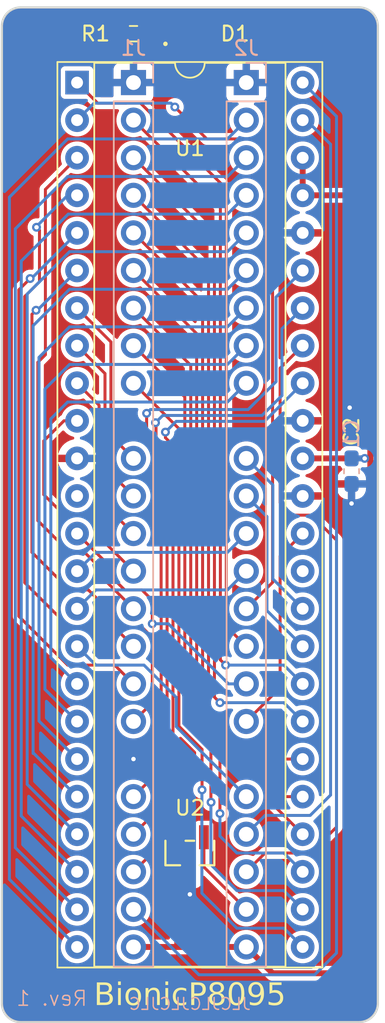
<source format=kicad_pcb>
(kicad_pcb (version 20241229) (generator "pcbnew") (generator_version "9.0")
  (title_block (title "BionicP8095") (date "2025-06-17") (rev "1") (company "Tadashi G. Takaoka"))
  (layers (0 "F.Cu" signal) (2 "B.Cu" signal) (13 "F.Paste" user) (15 "B.Paste" user) (5 "F.SilkS" user "F.Silkscreen") (7 "B.SilkS" user "B.Silkscreen") (1 "F.Mask" user) (3 "B.Mask" user) (25 "Edge.Cuts" user))
  (net 0 "")
  (net 1 "VCC")
  (net 2 "GND")
  (net 3 "AD5")
  (net 4 "HSI.1")
  (net 5 "HSO.1")
  (net 6 "Net-(D1-K)")
  (net 7 "ACH5")
  (net 8 "ACH4")
  (net 9 "AD6")
  (net 10 "HSI.0")
  (net 11 "AD4")
  (net 12 "Net-(J2-P57)")
  (net 13 "AD2")
  (net 14 "AD3")
  (net 15 "AD0")
  (net 16 "ACH6")
  (net 17 "HSI.3")
  (net 18 "AD1")
  (net 19 "HSO.2")
  (net 20 "HSI.2")
  (net 21 "~{RESET}")
  (net 22 "AD7")
  (net 23 "HSO.0")
  (net 24 "HSO.3")
  (net 25 "EXINT")
  (net 26 "AD14")
  (net 27 "ACH7")
  (net 28 "~{RD}")
  (net 29 "READY")
  (net 30 "XTAL1")
  (net 31 "RxD")
  (net 32 "AD11")
  (net 33 "AD8")
  (net 34 "AD13")
  (net 35 "AD12")
  (net 36 "TxD")
  (net 37 "AD15")
  (net 38 "~{BHE}")
  (net 39 "~{ADV}")
  (net 40 "~{WR}")
  (net 41 "PWM")
  (net 42 "AD9")
  (net 43 "AD10")
  (footprint "Resistor_SMD:R_0603_1608Metric_Pad0.98x0.95mm_HandSolder" (layer "F.Cu") (at 109.8919 71.778 180)
    (property "Reference" "R1" (at 2.5673 0 0) (layer "F.SilkS"))
    (property "Value" "1.6k")
    (fp_line (start -0.254724 0.5225) (end 0.254724 0.5225) (stroke (width 0.12)) (layer "F.SilkS"))
    (fp_line (start -0.254724 -0.5225) (end 0.254724 -0.5225) (stroke (width 0.12)) (layer "F.SilkS"))
    (pad "1" smd roundrect (at -0.9125 0 180) (size 0.975 0.95) (layers "F.Cu" "F.Mask" "F.Paste") (net 6 "Net-(D1-K)"))
    (pad "2" smd roundrect (at 0.9125 0 180) (size 0.975 0.95) (layers "F.Cu" "F.Mask" "F.Paste") (net 2 "GND"))
  )
  (footprint "bionic:DIP-48_W15.24mm_Socket" (layer "F.Cu") (at 106.08 75.08)
    (property "Reference" "U1" (at 7.62 4.445 0) (layer "F.SilkS"))
    (property "Value" "P8095BH")
    (fp_line (start -1.33 -1.39) (end -1.33 59.81) (stroke (width 0.12)) (layer "F.SilkS"))
    (fp_line (start -1.33 59.81) (end 16.57 59.81) (stroke (width 0.12)) (layer "F.SilkS"))
    (fp_line (start 1.16 -1.33) (end 1.16 59.75) (stroke (width 0.12)) (layer "F.SilkS"))
    (fp_line (start 1.16 59.75) (end 14.08 59.75) (stroke (width 0.12)) (layer "F.SilkS"))
    (fp_line (start 6.62 -1.33) (end 1.16 -1.33) (stroke (width 0.12)) (layer "F.SilkS"))
    (fp_line (start 14.08 -1.33) (end 8.62 -1.33) (stroke (width 0.12)) (layer "F.SilkS"))
    (fp_line (start 14.08 59.75) (end 14.08 -1.33) (stroke (width 0.12)) (layer "F.SilkS"))
    (fp_line (start 16.57 -1.39) (end -1.33 -1.39) (stroke (width 0.12)) (layer "F.SilkS"))
    (fp_line (start 16.57 59.81) (end 16.57 -1.39) (stroke (width 0.12)) (layer "F.SilkS"))
    (fp_arc (start 8.62 -1.33) (mid 7.62 -0.33) (end 6.62 -1.33) (stroke (width 0.12)) (layer "F.SilkS"))
    (pad "1" thru_hole rect (at 0 0) (size 1.6 1.6) (drill 0.8) (layers "*.Cu" "*.Mask") (net 31 "RxD"))
    (pad "2" thru_hole oval (at 0 2.54) (size 1.6 1.6) (drill 0.8) (layers "*.Cu" "*.Mask") (net 36 "TxD"))
    (pad "3" thru_hole oval (at 0 5.08) (size 1.6 1.6) (drill 0.8) (layers "*.Cu" "*.Mask") (net 10 "HSI.0"))
    (pad "4" thru_hole oval (at 0 7.62) (size 1.6 1.6) (drill 0.8) (layers "*.Cu" "*.Mask") (net 4 "HSI.1"))
    (pad "5" thru_hole oval (at 0 10.16) (size 1.6 1.6) (drill 0.8) (layers "*.Cu" "*.Mask") (net 20 "HSI.2"))
    (pad "6" thru_hole oval (at 0 12.7) (size 1.6 1.6) (drill 0.8) (layers "*.Cu" "*.Mask") (net 17 "HSI.3"))
    (pad "7" thru_hole oval (at 0 15.24) (size 1.6 1.6) (drill 0.8) (layers "*.Cu" "*.Mask") (net 23 "HSO.0"))
    (pad "8" thru_hole oval (at 0 17.78) (size 1.6 1.6) (drill 0.8) (layers "*.Cu" "*.Mask") (net 5 "HSO.1"))
    (pad "9" thru_hole oval (at 0 20.32) (size 1.6 1.6) (drill 0.8) (layers "*.Cu" "*.Mask") (net 19 "HSO.2"))
    (pad "10" thru_hole oval (at 0 22.86) (size 1.6 1.6) (drill 0.8) (layers "*.Cu" "*.Mask") (net 24 "HSO.3"))
    (pad "11" thru_hole oval (at 0 25.4) (size 1.6 1.6) (drill 0.8) (layers "*.Cu" "*.Mask") (net 2 "GND"))
    (pad "12" thru_hole oval (at 0 27.94) (size 1.6 1.6) (drill 0.8) (layers "*.Cu" "*.Mask"))
    (pad "13" thru_hole oval (at 0 30.48) (size 1.6 1.6) (drill 0.8) (layers "*.Cu" "*.Mask") (net 41 "PWM"))
    (pad "14" thru_hole oval (at 0 33.02) (size 1.6 1.6) (drill 0.8) (layers "*.Cu" "*.Mask") (net 40 "~{WR}"))
    (pad "15" thru_hole oval (at 0 35.56) (size 1.6 1.6) (drill 0.8) (layers "*.Cu" "*.Mask") (net 38 "~{BHE}"))
    (pad "16" thru_hole oval (at 0 38.1) (size 1.6 1.6) (drill 0.8) (layers "*.Cu" "*.Mask") (net 29 "READY"))
    (pad "17" thru_hole oval (at 0 40.64) (size 1.6 1.6) (drill 0.8) (layers "*.Cu" "*.Mask") (net 37 "AD15"))
    (pad "18" thru_hole oval (at 0 43.18) (size 1.6 1.6) (drill 0.8) (layers "*.Cu" "*.Mask") (net 26 "AD14"))
    (pad "19" thru_hole oval (at 0 45.72) (size 1.6 1.6) (drill 0.8) (layers "*.Cu" "*.Mask") (net 34 "AD13"))
    (pad "20" thru_hole oval (at 0 48.26) (size 1.6 1.6) (drill 0.8) (layers "*.Cu" "*.Mask") (net 35 "AD12"))
    (pad "21" thru_hole oval (at 0 50.8) (size 1.6 1.6) (drill 0.8) (layers "*.Cu" "*.Mask") (net 32 "AD11"))
    (pad "22" thru_hole oval (at 0 53.34) (size 1.6 1.6) (drill 0.8) (layers "*.Cu" "*.Mask") (net 43 "AD10"))
    (pad "23" thru_hole oval (at 0 55.88) (size 1.6 1.6) (drill 0.8) (layers "*.Cu" "*.Mask") (net 42 "AD9"))
    (pad "24" thru_hole oval (at 0 58.42) (size 1.6 1.6) (drill 0.8) (layers "*.Cu" "*.Mask") (net 33 "AD8"))
    (pad "25" thru_hole oval (at 15.24 58.42) (size 1.6 1.6) (drill 0.8) (layers "*.Cu" "*.Mask") (net 22 "AD7"))
    (pad "26" thru_hole oval (at 15.24 55.88) (size 1.6 1.6) (drill 0.8) (layers "*.Cu" "*.Mask") (net 9 "AD6"))
    (pad "27" thru_hole oval (at 15.24 53.34) (size 1.6 1.6) (drill 0.8) (layers "*.Cu" "*.Mask") (net 3 "AD5"))
    (pad "28" thru_hole oval (at 15.24 50.8) (size 1.6 1.6) (drill 0.8) (layers "*.Cu" "*.Mask") (net 11 "AD4"))
    (pad "29" thru_hole oval (at 15.24 48.26) (size 1.6 1.6) (drill 0.8) (layers "*.Cu" "*.Mask") (net 14 "AD3"))
    (pad "30" thru_hole oval (at 15.24 45.72) (size 1.6 1.6) (drill 0.8) (layers "*.Cu" "*.Mask") (net 13 "AD2"))
    (pad "31" thru_hole oval (at 15.24 43.18) (size 1.6 1.6) (drill 0.8) (layers "*.Cu" "*.Mask") (net 18 "AD1"))
    (pad "32" thru_hole oval (at 15.24 40.64) (size 1.6 1.6) (drill 0.8) (layers "*.Cu" "*.Mask") (net 15 "AD0"))
    (pad "33" thru_hole oval (at 15.24 38.1) (size 1.6 1.6) (drill 0.8) (layers "*.Cu" "*.Mask") (net 28 "~{RD}"))
    (pad "34" thru_hole oval (at 15.24 35.56) (size 1.6 1.6) (drill 0.8) (layers "*.Cu" "*.Mask") (net 39 "~{ADV}"))
    (pad "35" thru_hole oval (at 15.24 33.02) (size 1.6 1.6) (drill 0.8) (layers "*.Cu" "*.Mask"))
    (pad "36" thru_hole oval (at 15.24 30.48) (size 1.6 1.6) (drill 0.8) (layers "*.Cu" "*.Mask") (net 30 "XTAL1"))
    (pad "37" thru_hole oval (at 15.24 27.94) (size 1.6 1.6) (drill 0.8) (layers "*.Cu" "*.Mask") (net 2 "GND"))
    (pad "38" thru_hole oval (at 15.24 25.4) (size 1.6 1.6) (drill 0.8) (layers "*.Cu" "*.Mask") (net 1 "VCC"))
    (pad "39" thru_hole oval (at 15.24 22.86) (size 1.6 1.6) (drill 0.8) (layers "*.Cu" "*.Mask") (net 2 "GND"))
    (pad "40" thru_hole oval (at 15.24 20.32) (size 1.6 1.6) (drill 0.8) (layers "*.Cu" "*.Mask") (net 16 "ACH6"))
    (pad "41" thru_hole oval (at 15.24 17.78) (size 1.6 1.6) (drill 0.8) (layers "*.Cu" "*.Mask") (net 27 "ACH7"))
    (pad "42" thru_hole oval (at 15.24 15.24) (size 1.6 1.6) (drill 0.8) (layers "*.Cu" "*.Mask") (net 7 "ACH5"))
    (pad "43" thru_hole oval (at 15.24 12.7) (size 1.6 1.6) (drill 0.8) (layers "*.Cu" "*.Mask") (net 8 "ACH4"))
    (pad "44" thru_hole oval (at 15.24 10.16) (size 1.6 1.6) (drill 0.8) (layers "*.Cu" "*.Mask") (net 2 "GND"))
    (pad "45" thru_hole oval (at 15.24 7.62) (size 1.6 1.6) (drill 0.8) (layers "*.Cu" "*.Mask") (net 1 "VCC"))
    (pad "46" thru_hole oval (at 15.24 5.08) (size 1.6 1.6) (drill 0.8) (layers "*.Cu" "*.Mask") (net 1 "VCC"))
    (pad "47" thru_hole oval (at 15.24 2.54) (size 1.6 1.6) (drill 0.8) (layers "*.Cu" "*.Mask") (net 25 "EXINT"))
    (pad "48" thru_hole oval (at 15.24 0) (size 1.6 1.6) (drill 0.8) (layers "*.Cu" "*.Mask") (net 21 "~{RESET}"))
  )
  (footprint "rhom:LED_CSL1901UW1_ROM-M" (layer "F.Cu") (at 113.7 71.778)
    (property "Reference" "D1" (at 3.048 0 0) (layer "F.SilkS"))
    (property "Value" "CSL1901UW1")
    (fp_circle (center -1.651 0.6858) (end -1.5748 0.6858) (stroke (width 0.1524)) (fill no) (layer "F.SilkS"))
    (pad "1" smd rect (at -0.8763 0) (size 0.9652 0.762) (layers "F.Cu" "F.Mask" "F.Paste") (net 6 "Net-(D1-K)"))
    (pad "2" smd rect (at 0.8763 0) (size 0.9652 0.762) (layers "F.Cu" "F.Mask" "F.Paste") (net 1 "VCC"))
    (zone (net 0) (net_name "") (layer "F.Cu") (connect_pads (clearance 0)) (min_thickness 0.254)
      (keepout (tracks not_allowed) (vias not_allowed) (pads allowed) (copperpour not_allowed) (footprints allowed))
      (fill (thermal_gap 0.508) (thermal_bridge_width 0.508))
      (polygon (pts (xy 113.3571 71.4224) (xy 114.0429 71.4224) (xy 114.0429 72.1336) (xy 113.3571 72.1336)))
    )
  )
  (footprint "Capacitor_SMD:C_0603_1608Metric_Pad1.08x0.95mm_HandSolder" (layer "F.Cu") (at 124.622 101.3447 -90)
    (property "Reference" "C2" (at -2.667 0 90) (layer "F.SilkS"))
    (property "Value" "22u")
    (fp_line (start -0.146267 0.51) (end 0.146267 0.51) (stroke (width 0.12)) (layer "F.SilkS"))
    (fp_line (start -0.146267 -0.51) (end 0.146267 -0.51) (stroke (width 0.12)) (layer "F.SilkS"))
    (pad "1" smd roundrect (at -0.8625 0 270) (size 1.075 0.95) (layers "F.Cu" "F.Mask" "F.Paste") (net 1 "VCC"))
    (pad "2" smd roundrect (at 0.8625 0 270) (size 1.075 0.95) (layers "F.Cu" "F.Mask" "F.Paste") (net 2 "GND"))
  )
  (footprint "microchip:SOT-23_MC_MCH-M" (layer "F.Cu") (at 113.7 127.15 180)
    (property "Reference" "U2" (at 0 3.048 0) (layer "F.SilkS"))
    (property "Value" "11AA010-I/TT")
    (fp_line (start 1.652 0.827) (end 1.652 -0.827) (stroke (width 0.1524)) (layer "F.SilkS"))
    (fp_line (start 1.652 -0.827) (end 0.66294 -0.827) (stroke (width 0.1524)) (layer "F.SilkS"))
    (fp_line (start -0.287061 0.827) (end 0.287061 0.827) (stroke (width 0.1524)) (layer "F.SilkS"))
    (fp_line (start -0.66294 -0.827) (end -1.652 -0.827) (stroke (width 0.1524)) (layer "F.SilkS"))
    (fp_line (start -1.652 -0.827) (end -1.652 0.827) (stroke (width 0.1524)) (layer "F.SilkS"))
    (pad "1" smd rect (at -0.950001 1.066 180) (size 0.6604 1.6256) (layers "F.Cu" "F.Mask" "F.Paste") (net 12 "Net-(J2-P57)"))
    (pad "2" smd rect (at 0.950001 1.066 180) (size 0.6604 1.6256) (layers "F.Cu" "F.Mask" "F.Paste") (net 1 "VCC"))
    (pad "3" smd rect (at 0 -1.066 180) (size 0.6604 1.6256) (layers "F.Cu" "F.Mask" "F.Paste") (net 2 "GND"))
  )
  (footprint "Capacitor_SMD:C_0603_1608Metric_Pad1.08x0.95mm_HandSolder" (layer "B.Cu") (at 124.622 101.3436 -90)
    (property "Reference" "C1" (at -2.5238 0.0019 90) (layer "B.SilkS") (effects (justify mirror)))
    (property "Value" "0.1u")
    (fp_line (start 0.146267 0.51) (end -0.146267 0.51) (stroke (width 0.12)) (layer "B.SilkS"))
    (fp_line (start 0.146267 -0.51) (end -0.146267 -0.51) (stroke (width 0.12)) (layer "B.SilkS"))
    (pad "1" smd roundrect (at -0.8625 0 270) (size 1.075 0.95) (layers "B.Cu" "B.Mask" "B.Paste") (net 1 "VCC"))
    (pad "2" smd roundrect (at 0.8625 0 270) (size 1.075 0.95) (layers "B.Cu" "B.Mask" "B.Paste") (net 2 "GND"))
  )
  (footprint "bionic:Bionic-P245_Vertical" (layer "B.Cu") (at 117.51 75.08 180)
    (property "Reference" "J2" (at 0 2.33 0) (layer "B.SilkS") (effects (justify mirror)))
    (property "Value" "Bionic-P245")
    (fp_line (start 1.33 -1.27) (end -1.33 -1.27) (stroke (width 0.12)) (layer "B.SilkS"))
    (fp_line (start 1.33 -59.75) (end 1.33 -1.27) (stroke (width 0.12)) (layer "B.SilkS"))
    (fp_line (start 1.33 -59.75) (end -1.33 -59.75) (stroke (width 0.12)) (layer "B.SilkS"))
    (fp_line (start 0 1.33) (end -1.33 1.33) (stroke (width 0.12)) (layer "B.SilkS"))
    (fp_line (start -1.33 1.33) (end -1.33 0) (stroke (width 0.12)) (layer "B.SilkS"))
    (fp_line (start -1.33 -59.75) (end -1.33 -1.27) (stroke (width 0.12)) (layer "B.SilkS"))
    (pad "25" thru_hole oval (at 0 -58.42 180) (size 1.7 1.7) (drill 1) (layers "*.Cu" "*.Mask") (net 1 "VCC"))
    (pad "26" thru_hole oval (at 0 -55.88 180) (size 1.7 1.7) (drill 1) (layers "*.Cu" "*.Mask") (net 12 "Net-(J2-P57)"))
    (pad "27" thru_hole oval (at 0 -53.34 180) (size 1.7 1.7) (drill 1) (layers "*.Cu" "*.Mask") (net 27 "ACH7"))
    (pad "28" thru_hole oval (at 0 -50.8 180) (size 1.7 1.7) (drill 1) (layers "*.Cu" "*.Mask") (net 25 "EXINT"))
    (pad "29" thru_hole oval (at 0 -48.26 180) (size 1.7 1.7) (drill 1) (layers "*.Cu" "*.Mask") (net 29 "READY"))
    (pad "31" thru_hole oval (at 0 -43.18 180) (size 1.7 1.7) (drill 1) (layers "*.Cu" "*.Mask") (net 30 "XTAL1"))
    (pad "32" thru_hole oval (at 0 -40.64 180) (size 1.7 1.7) (drill 1) (layers "*.Cu" "*.Mask") (net 41 "PWM"))
    (pad "33" thru_hole oval (at 0 -38.1 180) (size 1.7 1.7) (drill 1) (layers "*.Cu" "*.Mask") (net 31 "RxD"))
    (pad "34" thru_hole oval (at 0 -35.56 180) (size 1.7 1.7) (drill 1) (layers "*.Cu" "*.Mask") (net 36 "TxD"))
    (pad "35" thru_hole oval (at 0 -33.02 180) (size 1.7 1.7) (drill 1) (layers "*.Cu" "*.Mask") (net 38 "~{BHE}"))
    (pad "36" thru_hole oval (at 0 -30.48 180) (size 1.7 1.7) (drill 1) (layers "*.Cu" "*.Mask") (net 40 "~{WR}"))
    (pad "37" thru_hole oval (at 0 -27.94 180) (size 1.7 1.7) (drill 1) (layers "*.Cu" "*.Mask") (net 28 "~{RD}"))
    (pad "38" thru_hole oval (at 0 -25.4 180) (size 1.7 1.7) (drill 1) (layers "*.Cu" "*.Mask") (net 39 "~{ADV}"))
    (pad "40" thru_hole oval (at 0 -20.32 180) (size 1.7 1.7) (drill 1) (layers "*.Cu" "*.Mask") (net 37 "AD15"))
    (pad "41" thru_hole oval (at 0 -17.78 180) (size 1.7 1.7) (drill 1) (layers "*.Cu" "*.Mask") (net 26 "AD14"))
    (pad "42" thru_hole oval (at 0 -15.24 180) (size 1.7 1.7) (drill 1) (layers "*.Cu" "*.Mask") (net 34 "AD13"))
    (pad "43" thru_hole oval (at 0 -12.7 180) (size 1.7 1.7) (drill 1) (layers "*.Cu" "*.Mask") (net 35 "AD12"))
    (pad "44" thru_hole oval (at 0 -10.16 180) (size 1.7 1.7) (drill 1) (layers "*.Cu" "*.Mask") (net 32 "AD11"))
    (pad "45" thru_hole oval (at 0 -7.62 180) (size 1.7 1.7) (drill 1) (layers "*.Cu" "*.Mask") (net 43 "AD10"))
    (pad "46" thru_hole oval (at 0 -5.08 180) (size 1.7 1.7) (drill 1) (layers "*.Cu" "*.Mask") (net 42 "AD9"))
    (pad "47" thru_hole oval (at 0 -2.54 180) (size 1.7 1.7) (drill 1) (layers "*.Cu" "*.Mask") (net 33 "AD8"))
    (pad "48" thru_hole rect (at 0 0 180) (size 1.7 1.7) (drill 1) (layers "*.Cu" "*.Mask") (net 2 "GND"))
  )
  (footprint "bionic:Bionic-P135_Vertical" (layer "B.Cu") (at 109.89 75.08 180)
    (property "Reference" "J1" (at 0 2.33 0) (layer "B.SilkS") (effects (justify mirror)))
    (property "Value" "Bionic-P135")
    (fp_line (start 1.33 -1.27) (end -1.33 -1.27) (stroke (width 0.12)) (layer "B.SilkS"))
    (fp_line (start 1.33 -59.75) (end 1.33 -1.27) (stroke (width 0.12)) (layer "B.SilkS"))
    (fp_line (start 1.33 -59.75) (end -1.33 -59.75) (stroke (width 0.12)) (layer "B.SilkS"))
    (fp_line (start 0 1.33) (end -1.33 1.33) (stroke (width 0.12)) (layer "B.SilkS"))
    (fp_line (start -1.33 1.33) (end -1.33 0) (stroke (width 0.12)) (layer "B.SilkS"))
    (fp_line (start -1.33 -59.75) (end -1.33 -1.27) (stroke (width 0.12)) (layer "B.SilkS"))
    (pad "1" thru_hole rect (at 0 0 180) (size 1.7 1.7) (drill 1) (layers "*.Cu" "*.Mask") (net 2 "GND"))
    (pad "2" thru_hole oval (at 0 -2.54 180) (size 1.7 1.7) (drill 1) (layers "*.Cu" "*.Mask") (net 15 "AD0"))
    (pad "3" thru_hole oval (at 0 -5.08 180) (size 1.7 1.7) (drill 1) (layers "*.Cu" "*.Mask") (net 18 "AD1"))
    (pad "4" thru_hole oval (at 0 -7.62 180) (size 1.7 1.7) (drill 1) (layers "*.Cu" "*.Mask") (net 13 "AD2"))
    (pad "5" thru_hole oval (at 0 -10.16 180) (size 1.7 1.7) (drill 1) (layers "*.Cu" "*.Mask") (net 14 "AD3"))
    (pad "6" thru_hole oval (at 0 -12.7 180) (size 1.7 1.7) (drill 1) (layers "*.Cu" "*.Mask") (net 11 "AD4"))
    (pad "7" thru_hole oval (at 0 -15.24 180) (size 1.7 1.7) (drill 1) (layers "*.Cu" "*.Mask") (net 3 "AD5"))
    (pad "8" thru_hole oval (at 0 -17.78 180) (size 1.7 1.7) (drill 1) (layers "*.Cu" "*.Mask") (net 9 "AD6"))
    (pad "9" thru_hole oval (at 0 -20.32 180) (size 1.7 1.7) (drill 1) (layers "*.Cu" "*.Mask") (net 22 "AD7"))
    (pad "11" thru_hole oval (at 0 -25.4 180) (size 1.7 1.7) (drill 1) (layers "*.Cu" "*.Mask") (net 23 "HSO.0"))
    (pad "12" thru_hole oval (at 0 -27.94 180) (size 1.7 1.7) (drill 1) (layers "*.Cu" "*.Mask") (net 5 "HSO.1"))
    (pad "13" thru_hole oval (at 0 -30.48 180) (size 1.7 1.7) (drill 1) (layers "*.Cu" "*.Mask") (net 19 "HSO.2"))
    (pad "14" thru_hole oval (at 0 -33.02 180) (size 1.7 1.7) (drill 1) (layers "*.Cu" "*.Mask") (net 24 "HSO.3"))
    (pad "15" thru_hole oval (at 0 -35.56 180) (size 1.7 1.7) (drill 1) (layers "*.Cu" "*.Mask") (net 10 "HSI.0"))
    (pad "16" thru_hole oval (at 0 -38.1 180) (size 1.7 1.7) (drill 1) (layers "*.Cu" "*.Mask") (net 4 "HSI.1"))
    (pad "17" thru_hole oval (at 0 -40.64 180) (size 1.7 1.7) (drill 1) (layers "*.Cu" "*.Mask") (net 20 "HSI.2"))
    (pad "18" thru_hole oval (at 0 -43.18 180) (size 1.7 1.7) (drill 1) (layers "*.Cu" "*.Mask") (net 17 "HSI.3"))
    (pad "20" thru_hole oval (at 0 -48.26 180) (size 1.7 1.7) (drill 1) (layers "*.Cu" "*.Mask") (net 8 "ACH4"))
    (pad "21" thru_hole oval (at 0 -50.8 180) (size 1.7 1.7) (drill 1) (layers "*.Cu" "*.Mask") (net 7 "ACH5"))
    (pad "22" thru_hole oval (at 0 -53.34 180) (size 1.7 1.7) (drill 1) (layers "*.Cu" "*.Mask") (net 16 "ACH6"))
    (pad "23" thru_hole oval (at 0 -55.88 180) (size 1.7 1.7) (drill 1) (layers "*.Cu" "*.Mask") (net 21 "~{RESET}"))
    (pad "24" thru_hole oval (at 0 -58.42 180) (size 1.7 1.7) (drill 1) (layers "*.Cu" "*.Mask") (net 1 "VCC"))
  )
  (gr_arc (start 126.4 137.31) (mid 126.028026 138.208026) (end 125.13 138.58) (stroke (width 0.15)) (layer "Edge.Cuts"))
  (gr_arc (start 125.13 70) (mid 126.028026 70.371974) (end 126.4 71.27) (stroke (width 0.15)) (layer "Edge.Cuts"))
  (gr_line (start 102.27 70) (end 125.13 70) (stroke (width 0.15)) (layer "Edge.Cuts"))
  (gr_arc (start 102.27 138.58) (mid 101.371974 138.208026) (end 101 137.31) (stroke (width 0.15)) (layer "Edge.Cuts"))
  (gr_arc (start 101 71.27) (mid 101.371974 70.371974) (end 102.27 70) (stroke (width 0.15)) (layer "Edge.Cuts"))
  (gr_line (start 125.13 138.58) (end 102.27 138.58) (stroke (width 0.15)) (layer "Edge.Cuts"))
  (gr_line (start 126.4 71.27) (end 126.4 137.31) (stroke (width 0.15)) (layer "Edge.Cuts"))
  (gr_line (start 101 137.31) (end 101 71.27) (stroke (width 0.15)) (layer "Edge.Cuts"))
  (gr_text "BionicP8095" (at 113.7 136.802 0) (layer "F.SilkS") (effects (font (size 1.5 1.5))))
  (gr_text "Rev. 1" (at 106.842 137.564 -0) (layer "B.SilkS") (effects (font (size 1 1) (thickness 0.1)) (justify left bottom mirror)))
  (gr_text "JLCJLCJLCJLC" (at 113.7 137.818 -0) (layer "B.SilkS") (effects (font (size 0.8 0.8) (thickness 0.1)) (justify bottom mirror)))
  (segment (start 125.765 82.7) (end 121.32 82.7) (width 0.4) (layer "F.Cu") (net 1))
  (segment (start 125.892 100.48) (end 125.892 82.827) (width 0.4) (layer "F.Cu") (net 1))
  (segment (start 109.89 133.5) (end 112.811 133.5) (width 0.4) (layer "F.Cu") (net 1))
  (segment (start 114.5763 71.778) (end 122.717 71.778) (width 0.2) (layer "F.Cu") (net 1))
  (segment (start 122.717 71.778) (end 125.892 74.953) (width 0.2) (layer "F.Cu") (net 1))
  (segment (start 112.749999 126.084) (end 112.749999 133.438999) (width 0.2) (layer "F.Cu") (net 1))
  (segment (start 125.892 82.827) (end 125.765 82.7) (width 0.4) (layer "F.Cu") (net 1))
  (segment (start 124.114 135.278) (end 125.892 133.5) (width 0.4) (layer "F.Cu") (net 1))
  (segment (start 124.622 100.48) (end 121.32 100.48) (width 0.4) (layer "F.Cu") (net 1))
  (segment (start 112.811 133.5) (end 117.51 133.5) (width 0.4) (layer "F.Cu") (net 1))
  (segment (start 125.892 133.5) (end 125.892 100.48) (width 0.4) (layer "F.Cu") (net 1))
  (segment (start 125.892 100.48) (end 124.622 100.48) (width 0.4) (layer "F.Cu") (net 1))
  (segment (start 121.32 82.7) (end 121.32 80.16) (width 0.4) (layer "F.Cu") (net 1))
  (segment (start 125.892 74.953) (end 125.892 82.827) (width 0.2) (layer "F.Cu") (net 1))
  (segment (start 119.288 135.278) (end 124.114 135.278) (width 0.4) (layer "F.Cu") (net 1))
  (segment (start 112.749999 133.438999) (end 112.811 133.5) (width 0.2) (layer "F.Cu") (net 1))
  (segment (start 117.51 133.5) (end 119.288 135.278) (width 0.4) (layer "F.Cu") (net 1))
  (via (at 125.5099 100.4811) (size 0.6) (drill 0.3) (layers "F.Cu" "B.Cu") (net 1))
  (segment (start 124.622 100.4811) (end 125.5099 100.4811) (width 0.4) (layer "B.Cu") (net 1))
  (segment (start 125.5099 100.4811) (end 125.511 100.48) (width 0.2) (layer "B.Cu") (net 1))
  (segment (start 106.08 100.48) (end 104.81 100.48) (width 0.4) (layer "F.Cu") (net 2))
  (segment (start 121.32 97.94) (end 122.717 97.94) (width 0.4) (layer "F.Cu") (net 2))
  (segment (start 121.32 103.02) (end 122.717 103.02) (width 0.4) (layer "F.Cu") (net 2))
  (segment (start 121.32 85.24) (end 122.59 85.24) (width 0.4) (layer "F.Cu") (net 2))
  (via (at 124.622 103.528) (size 0.6) (drill 0.3) (layers "F.Cu" "B.Cu") (net 2))
  (via (at 124.495 97.051) (size 0.6) (drill 0.3) (layers "F.Cu" "B.Cu") (net 2))
  (via (at 109.89 120.8) (size 0.6) (drill 0.3) (layers "F.Cu" "B.Cu") (net 2))
  (via (at 113.7 129.944) (size 0.6) (drill 0.3) (layers "F.Cu" "B.Cu") (net 2))
  (segment (start 106.08 100.48) (end 107.35 100.48) (width 0.4) (layer "B.Cu") (net 2))
  (segment (start 121.32 85.24) (end 120.05 85.24) (width 0.4) (layer "B.Cu") (net 2))
  (segment (start 121.32 97.94) (end 120.05 97.94) (width 0.4) (layer "B.Cu") (net 2))
  (segment (start 121.32 103.02) (end 120.05 103.02) (width 0.4) (layer "B.Cu") (net 2))
  (segment (start 113.76 118.250686) (end 113.76 94.19) (width 0.2) (layer "F.Cu") (net 3))
  (segment (start 113.76 94.19) (end 109.89 90.32) (width 0.2) (layer "F.Cu") (net 3))
  (segment (start 115.732 124.483) (end 115.732 120.222686) (width 0.2) (layer "F.Cu") (net 3))
  (segment (start 115.732 120.222686) (end 113.76 118.250686) (width 0.2) (layer "F.Cu") (net 3))
  (via (at 115.732 124.483) (size 0.6) (drill 0.3) (layers "F.Cu" "B.Cu") (net 3))
  (segment (start 115.732 126.007) (end 116.875 127.15) (width 0.2) (layer "B.Cu") (net 3))
  (segment (start 115.732 124.483) (end 115.732 126.007) (width 0.2) (layer "B.Cu") (net 3))
  (segment (start 120.05 127.15) (end 121.32 128.42) (width 0.2) (layer "B.Cu") (net 3))
  (segment (start 116.875 127.15) (end 120.05 127.15) (width 0.2) (layer "B.Cu") (net 3))
  (segment (start 103.54 88.542002) (end 102.543 89.539002) (width 0.2) (layer "F.Cu") (net 4))
  (segment (start 102.543 89.539002) (end 102.543 108.881) (width 0.2) (layer "F.Cu") (net 4))
  (segment (start 103.54 85.059) (end 103.54 88.542002) (width 0.2) (layer "F.Cu") (net 4))
  (segment (start 103.34 84.859) (end 103.54 85.059) (width 0.2) (layer "F.Cu") (net 4))
  (segment (start 105.572 111.91) (end 108.62 111.91) (width 0.2) (layer "F.Cu") (net 4))
  (segment (start 108.62 111.91) (end 109.89 113.18) (width 0.2) (layer "F.Cu") (net 4))
  (segment (start 102.543 108.881) (end 105.572 111.91) (width 0.2) (layer "F.Cu") (net 4))
  (via (at 103.34 84.859) (size 0.6) (drill 0.3) (layers "F.Cu" "B.Cu") (net 4))
  (segment (start 103.34 84.805) (end 105.445 82.7) (width 0.2) (layer "B.Cu") (net 4))
  (segment (start 105.445 82.7) (end 106.08 82.7) (width 0.2) (layer "B.Cu") (net 4))
  (segment (start 103.34 84.859) (end 103.34 84.805) (width 0.2) (layer "B.Cu") (net 4))
  (segment (start 106.08 92.86) (end 107.966 94.746) (width 0.2) (layer "F.Cu") (net 5))
  (segment (start 107.966 94.746) (end 107.966 101.096) (width 0.2) (layer "F.Cu") (net 5))
  (segment (start 107.966 101.096) (end 109.89 103.02) (width 0.2) (layer "F.Cu") (net 5))
  (segment (start 112.8237 71.778) (end 110.8044 71.778) (width 0.2) (layer "F.Cu") (net 6))
  (segment (start 111.379 98.067) (end 111.414 98.102) (width 0.2) (layer "F.Cu") (net 7))
  (segment (start 112.16 123.61) (end 109.89 125.88) (width 0.2) (layer "F.Cu") (net 7))
  (segment (start 112.16 109.387581) (end 112.16 123.61) (width 0.2) (layer "F.Cu") (net 7))
  (segment (start 112.157 109.384581) (end 112.16 109.387581) (width 0.2) (layer "F.Cu") (net 7))
  (segment (start 111.414 98.102) (end 111.414 99.181157) (width 0.2) (layer "F.Cu") (net 7))
  (segment (start 112.157 99.924157) (end 112.157 109.384581) (width 0.2) (layer "F.Cu") (net 7))
  (segment (start 111.414 99.181157) (end 112.157 99.924157) (width 0.2) (layer "F.Cu") (net 7))
  (via (at 111.379 98.067) (size 0.6) (drill 0.3) (layers "F.Cu" "B.Cu") (net 7))
  (segment (start 118.576314 97.578) (end 119.923 96.231314) (width 0.2) (layer "B.Cu") (net 7))
  (segment (start 111.868 97.578) (end 118.576314 97.578) (width 0.2) (layer "B.Cu") (net 7))
  (segment (start 119.923 91.717) (end 121.32 90.32) (width 0.2) (layer "B.Cu") (net 7))
  (segment (start 119.923 96.231314) (end 119.923 91.717) (width 0.2) (layer "B.Cu") (net 7))
  (segment (start 111.379 98.067) (end 111.868 97.578) (width 0.2) (layer "B.Cu") (net 7))
  (segment (start 111.76 109.553267) (end 111.76 121.47) (width 0.2) (layer "F.Cu") (net 8))
  (segment (start 111.757 100.188) (end 111.757 109.550267) (width 0.2) (layer "F.Cu") (net 8))
  (segment (start 111.76 121.47) (end 109.89 123.34) (width 0.2) (layer "F.Cu") (net 8))
  (segment (start 110.779 99.21) (end 111.757 100.188) (width 0.2) (layer "F.Cu") (net 8))
  (segment (start 110.779 97.432) (end 110.779 99.21) (width 0.2) (layer "F.Cu") (net 8))
  (segment (start 111.757 109.550267) (end 111.76 109.553267) (width 0.2) (layer "F.Cu") (net 8))
  (via (at 110.779 97.432) (size 0.6) (drill 0.3) (layers "F.Cu" "B.Cu") (net 8))
  (segment (start 119.523 95.292) (end 119.523 89.577) (width 0.2) (layer "B.Cu") (net 8))
  (segment (start 119.523 89.577) (end 121.32 87.78) (width 0.2) (layer "B.Cu") (net 8))
  (segment (start 111.033 97.178) (end 117.637 97.178) (width 0.2) (layer "B.Cu") (net 8))
  (segment (start 117.637 97.178) (end 119.523 95.292) (width 0.2) (layer "B.Cu") (net 8))
  (segment (start 110.779 97.432) (end 111.033 97.178) (width 0.2) (layer "B.Cu") (net 8))
  (segment (start 115.1224 123.7114) (end 115.1224 120.178772) (width 0.2) (layer "F.Cu") (net 9))
  (segment (start 115.1224 120.178772) (end 113.36 118.416372) (width 0.2) (layer "F.Cu") (net 9))
  (segment (start 113.36 118.416372) (end 113.36 96.33) (width 0.2) (layer "F.Cu") (net 9))
  (segment (start 115.132 123.721) (end 115.1224 123.7114) (width 0.2) (layer "F.Cu") (net 9))
  (segment (start 113.36 96.33) (end 109.89 92.86) (width 0.2) (layer "F.Cu") (net 9))
  (via (at 115.132 123.721) (size 0.6) (drill 0.3) (layers "F.Cu" "B.Cu") (net 9))
  (segment (start 120.05 129.69) (end 121.32 130.96) (width 0.2) (layer "B.Cu") (net 9))
  (segment (start 115.1224 127.9374) (end 116.875 129.69) (width 0.2) (layer "B.Cu") (net 9))
  (segment (start 115.1224 123.7306) (end 115.1224 127.9374) (width 0.2) (layer "B.Cu") (net 9))
  (segment (start 116.875 129.69) (end 120.05 129.69) (width 0.2) (layer "B.Cu") (net 9))
  (segment (start 115.132 123.721) (end 115.1224 123.7306) (width 0.2) (layer "B.Cu") (net 9))
  (segment (start 103.94 82.3) (end 106.08 80.16) (width 0.2) (layer "F.Cu") (net 10))
  (segment (start 109.89 110.64) (end 107.839 108.589) (width 0.2) (layer "F.Cu") (net 10))
  (segment (start 103.432 104.69) (end 103.432 93.984) (width 0.2) (layer "F.Cu") (net 10))
  (segment (start 106.588 106.83) (end 105.572 106.83) (width 0.2) (layer "F.Cu") (net 10))
  (segment (start 105.572 106.83) (end 103.432 104.69) (width 0.2) (layer "F.Cu") (net 10))
  (segment (start 107.839 108.081) (end 106.588 106.83) (width 0.2) (layer "F.Cu") (net 10))
  (segment (start 107.839 108.589) (end 107.839 108.081) (width 0.2) (layer "F.Cu") (net 10))
  (segment (start 103.432 93.984) (end 103.94 93.476) (width 0.2) (layer "F.Cu") (net 10))
  (segment (start 103.94 93.476) (end 103.94 82.3) (width 0.2) (layer "F.Cu") (net 10))
  (segment (start 114.16 92.05) (end 114.16 118.085) (width 0.2) (layer "F.Cu") (net 11))
  (segment (start 114.16 118.085) (end 119.415 123.34) (width 0.2) (layer "F.Cu") (net 11))
  (segment (start 119.415 123.34) (end 119.415 123.975) (width 0.2) (layer "F.Cu") (net 11))
  (segment (start 109.89 87.78) (end 114.16 92.05) (width 0.2) (layer "F.Cu") (net 11))
  (segment (start 119.415 123.975) (end 121.32 125.88) (width 0.2) (layer "F.Cu") (net 11))
  (segment (start 114.650001 128.100001) (end 117.51 130.96) (width 0.2) (layer "F.Cu") (net 12))
  (segment (start 114.650001 126.084) (end 114.650001 128.100001) (width 0.2) (layer "F.Cu") (net 12))
  (segment (start 114.96 87.77) (end 114.96 117.615) (width 0.2) (layer "F.Cu") (net 13))
  (segment (start 109.89 82.7) (end 114.96 87.77) (width 0.2) (layer "F.Cu") (net 13))
  (segment (start 118.145 120.8) (end 121.32 120.8) (width 0.2) (layer "F.Cu") (net 13))
  (segment (start 114.96 117.615) (end 118.145 120.8) (width 0.2) (layer "F.Cu") (net 13))
  (segment (start 120.119314 123.34) (end 121.32 123.34) (width 0.2) (layer "F.Cu") (net 14))
  (segment (start 109.89 85.24) (end 114.56 89.91) (width 0.2) (layer "F.Cu") (net 14))
  (segment (start 114.56 117.780686) (end 120.119314 123.34) (width 0.2) (layer "F.Cu") (net 14))
  (segment (start 114.56 89.91) (end 114.56 117.780686) (width 0.2) (layer "F.Cu") (net 14))
  (segment (start 115.76 114.097) (end 115.76 83.49) (width 0.2) (layer "F.Cu") (net 15))
  (segment (start 115.76 83.49) (end 109.89 77.62) (width 0.2) (layer "F.Cu") (net 15))
  (segment (start 116.113 114.45) (end 115.76 114.097) (width 0.2) (layer "F.Cu") (net 15))
  (via (at 116.113 114.45) (size 0.6) (drill 0.3) (layers "F.Cu" "B.Cu") (net 15))
  (segment (start 116.113 114.45) (end 120.05 114.45) (width 0.2) (layer "B.Cu") (net 15))
  (segment (start 120.05 114.45) (end 121.32 115.72) (width 0.2) (layer "B.Cu") (net 15))
  (segment (start 112.56 123.775686) (end 111.414 124.921686) (width 0.2) (layer "F.Cu") (net 16))
  (segment (start 111.414 124.921686) (end 111.414 126.896) (width 0.2) (layer "F.Cu") (net 16))
  (segment (start 112.049 98.702) (end 112.049 99.083) (width 0.2) (layer "F.Cu") (net 16))
  (segment (start 112.049 99.083) (end 112.56 99.594) (width 0.2) (layer "F.Cu") (net 16))
  (segment (start 112.56 99.594) (end 112.56 123.775686) (width 0.2) (layer "F.Cu") (net 16))
  (segment (start 111.414 126.896) (end 109.89 128.42) (width 0.2) (layer "F.Cu") (net 16))
  (via (at 112.049 98.702) (size 0.6) (drill 0.3) (layers "F.Cu" "B.Cu") (net 16))
  (segment (start 112.049 98.702) (end 112.773 97.978) (width 0.2) (layer "B.Cu") (net 16))
  (segment (start 118.742 97.978) (end 121.32 95.4) (width 0.2) (layer "B.Cu") (net 16))
  (segment (start 112.773 97.978) (end 118.742 97.978) (width 0.2) (layer "B.Cu") (net 16))
  (segment (start 106.842 109.37) (end 109.382 111.91) (width 0.2) (layer "F.Cu") (net 17))
  (segment (start 103.032 90.741473) (end 103.032 106.83) (width 0.2) (layer "F.Cu") (net 17))
  (segment (start 110.486346 111.91) (end 111.16 112.583654) (width 0.2) (layer "F.Cu") (net 17))
  (segment (start 103.032 106.83) (end 105.572 109.37) (width 0.2) (layer "F.Cu") (net 17))
  (segment (start 109.382 111.91) (end 110.486346 111.91) (width 0.2) (layer "F.Cu") (net 17))
  (segment (start 105.572 109.37) (end 106.842 109.37) (width 0.2) (layer "F.Cu") (net 17))
  (segment (start 103.308 90.465473) (end 103.032 90.741473) (width 0.2) (layer "F.Cu") (net 17))
  (segment (start 111.16 112.583654) (end 111.16 116.99) (width 0.2) (layer "F.Cu") (net 17))
  (segment (start 111.16 116.99) (end 109.89 118.26) (width 0.2) (layer "F.Cu") (net 17))
  (via (at 103.308 90.465473) (size 0.6) (drill 0.3) (layers "F.Cu" "B.Cu") (net 17))
  (segment (start 103.394527 90.465473) (end 106.08 87.78) (width 0.2) (layer "B.Cu") (net 17))
  (segment (start 103.308 90.465473) (end 103.394527 90.465473) (width 0.2) (layer "B.Cu") (net 17))
  (segment (start 115.36 85.63) (end 115.36 116.618) (width 0.2) (layer "F.Cu") (net 18))
  (segment (start 109.89 80.16) (end 115.36 85.63) (width 0.2) (layer "F.Cu") (net 18))
  (segment (start 115.36 116.618) (end 115.732 116.99) (width 0.2) (layer "F.Cu") (net 18))
  (via (at 115.732 116.99) (size 0.6) (drill 0.3) (layers "F.Cu" "B.Cu") (net 18))
  (segment (start 120.05 116.99) (end 121.32 118.26) (width 0.2) (layer "B.Cu") (net 18))
  (segment (start 115.732 116.99) (end 120.05 116.99) (width 0.2) (layer "B.Cu") (net 18))
  (segment (start 107.566 96.886) (end 107.566 103.236) (width 0.2) (layer "F.Cu") (net 19))
  (segment (start 107.566 103.236) (end 109.89 105.56) (width 0.2) (layer "F.Cu") (net 19))
  (segment (start 106.08 95.4) (end 107.566 96.886) (width 0.2) (layer "F.Cu") (net 19))
  (segment (start 102.908 88.325472) (end 102.143 89.090472) (width 0.2) (layer "F.Cu") (net 20))
  (segment (start 105.445 114.45) (end 108.62 114.45) (width 0.2) (layer "F.Cu") (net 20))
  (segment (start 102.143 111.148) (end 105.445 114.45) (width 0.2) (layer "F.Cu") (net 20))
  (segment (start 108.62 114.45) (end 109.89 115.72) (width 0.2) (layer "F.Cu") (net 20))
  (segment (start 102.143 89.090472) (end 102.143 111.148) (width 0.2) (layer "F.Cu") (net 20))
  (via (at 102.908 88.325472) (size 0.6) (drill 0.3) (layers "F.Cu" "B.Cu") (net 20))
  (segment (start 102.994528 88.325472) (end 106.08 85.24) (width 0.2) (layer "B.Cu") (net 20))
  (segment (start 102.908 88.325472) (end 102.994528 88.325472) (width 0.2) (layer "B.Cu") (net 20))
  (segment (start 123.606 77.366) (end 123.606 133.9064) (width 0.2) (layer "B.Cu") (net 21))
  (segment (start 122.1328 135.3796) (end 114.3096 135.3796) (width 0.2) (layer "B.Cu") (net 21))
  (segment (start 123.606 133.9064) (end 122.1328 135.3796) (width 0.2) (layer "B.Cu") (net 21))
  (segment (start 121.32 75.08) (end 123.606 77.366) (width 0.2) (layer "B.Cu") (net 21))
  (segment (start 114.3096 135.3796) (end 109.89 130.96) (width 0.2) (layer "B.Cu") (net 21))
  (segment (start 114.5224 122.8828) (end 114.5224 120.144458) (width 0.2) (layer "F.Cu") (net 22))
  (segment (start 112.96 118.582058) (end 112.96 98.47) (width 0.2) (layer "F.Cu") (net 22))
  (segment (start 112.96 98.47) (end 109.89 95.4) (width 0.2) (layer "F.Cu") (net 22))
  (segment (start 114.5224 120.144458) (end 112.96 118.582058) (width 0.2) (layer "F.Cu") (net 22))
  (via (at 114.5224 122.8828) (size 0.6) (drill 0.3) (layers "F.Cu" "B.Cu") (net 22))
  (segment (start 114.5128 129.8678) (end 116.875 132.23) (width 0.2) (layer "B.Cu") (net 22))
  (segment (start 114.5128 122.8924) (end 114.5128 129.8678) (width 0.2) (layer "B.Cu") (net 22))
  (segment (start 116.875 132.23) (end 120.05 132.23) (width 0.2) (layer "B.Cu") (net 22))
  (segment (start 114.5224 122.8828) (end 114.5128 122.8924) (width 0.2) (layer "B.Cu") (net 22))
  (segment (start 120.05 132.23) (end 121.32 133.5) (width 0.2) (layer "B.Cu") (net 22))
  (segment (start 108.366 98.956) (end 108.366 92.606) (width 0.2) (layer "F.Cu") (net 23))
  (segment (start 109.89 100.48) (end 108.366 98.956) (width 0.2) (layer "F.Cu") (net 23))
  (segment (start 108.366 92.606) (end 106.08 90.32) (width 0.2) (layer "F.Cu") (net 23))
  (segment (start 107.858 106.068) (end 109.89 108.1) (width 0.2) (layer "F.Cu") (net 24))
  (segment (start 103.832 99.299) (end 103.832 102.931) (width 0.2) (layer "F.Cu") (net 24))
  (segment (start 106.842 104.29) (end 107.858 105.306) (width 0.2) (layer "F.Cu") (net 24))
  (segment (start 107.858 105.306) (end 107.858 106.068) (width 0.2) (layer "F.Cu") (net 24))
  (segment (start 105.191 104.29) (end 106.842 104.29) (width 0.2) (layer "F.Cu") (net 24))
  (segment (start 103.832 102.931) (end 105.191 104.29) (width 0.2) (layer "F.Cu") (net 24))
  (segment (start 105.191 97.94) (end 103.832 99.299) (width 0.2) (layer "F.Cu") (net 24))
  (segment (start 106.08 97.94) (end 105.191 97.94) (width 0.2) (layer "F.Cu") (net 24))
  (segment (start 121.574 77.62) (end 123.206 79.252) (width 0.2) (layer "B.Cu") (net 25))
  (segment (start 123.206 123.232) (end 121.828 124.61) (width 0.2) (layer "B.Cu") (net 25))
  (segment (start 123.206 79.252) (end 123.206 123.232) (width 0.2) (layer "B.Cu") (net 25))
  (segment (start 121.32 77.62) (end 121.574 77.62) (width 0.2) (layer "B.Cu") (net 25))
  (segment (start 118.78 124.61) (end 117.51 125.88) (width 0.2) (layer "B.Cu") (net 25))
  (segment (start 121.828 124.61) (end 118.78 124.61) (width 0.2) (layer "B.Cu") (net 25))
  (segment (start 116.24 94.13) (end 105.572 94.13) (width 0.2) (layer "B.Cu") (net 26))
  (segment (start 103.908 95.794) (end 103.908 116.088) (width 0.2) (layer "B.Cu") (net 26))
  (segment (start 117.51 92.86) (end 116.24 94.13) (width 0.2) (layer "B.Cu") (net 26))
  (segment (start 103.908 116.088) (end 106.08 118.26) (width 0.2) (layer "B.Cu") (net 26))
  (segment (start 105.572 94.13) (end 103.908 95.794) (width 0.2) (layer "B.Cu") (net 26))
  (segment (start 123.606 125.3974) (end 123.606 106.0045) (width 0.2) (layer "F.Cu") (net 27))
  (segment (start 119.796 94.384) (end 121.32 92.86) (width 0.2) (layer "F.Cu") (net 27))
  (segment (start 121.8534 127.15) (end 123.606 125.3974) (width 0.2) (layer "F.Cu") (net 27))
  (segment (start 119.796 103.4772) (end 119.796 94.384) (width 0.2) (layer "F.Cu") (net 27))
  (segment (start 117.51 128.42) (end 118.78 127.15) (width 0.2) (layer "F.Cu") (net 27))
  (segment (start 120.6342 104.3154) (end 119.796 103.4772) (width 0.2) (layer "F.Cu") (net 27))
  (segment (start 118.78 127.15) (end 121.8534 127.15) (width 0.2) (layer "F.Cu") (net 27))
  (segment (start 121.9169 104.3154) (end 120.6342 104.3154) (width 0.2) (layer "F.Cu") (net 27))
  (segment (start 123.606 106.0045) (end 121.9169 104.3154) (width 0.2) (layer "F.Cu") (net 27))
  (segment (start 117.51 103.02) (end 118.907 104.417) (width 0.2) (layer "B.Cu") (net 28))
  (segment (start 118.907 110.767) (end 121.32 113.18) (width 0.2) (layer "B.Cu") (net 28))
  (segment (start 118.907 104.417) (end 118.907 110.767) (width 0.2) (layer "B.Cu") (net 28))
  (segment (start 117.51 123.34) (end 112.7856 118.6156) (width 0.2) (layer "B.Cu") (net 29))
  (segment (start 110.6012 114.45) (end 107.35 114.45) (width 0.2) (layer "B.Cu") (net 29))
  (segment (start 112.7856 116.6344) (end 110.6012 114.45) (width 0.2) (layer "B.Cu") (net 29))
  (segment (start 112.7856 118.6156) (end 112.7856 116.6344) (width 0.2) (layer "B.Cu") (net 29))
  (segment (start 107.35 114.45) (end 106.08 113.18) (width 0.2) (layer "B.Cu") (net 29))
  (segment (start 119.796 115.974) (end 119.796 107.084) (width 0.2) (layer "F.Cu") (net 30))
  (segment (start 117.51 118.26) (end 119.796 115.974) (width 0.2) (layer "F.Cu") (net 30))
  (segment (start 119.796 107.084) (end 121.32 105.56) (width 0.2) (layer "F.Cu") (net 30))
  (segment (start 109.406654 76.477) (end 107.477 76.477) (width 0.2) (layer "F.Cu") (net 31))
  (segment (start 117.51 113.18) (end 116.16 111.83) (width 0.2) (layer "F.Cu") (net 31))
  (segment (start 109.413654 76.47) (end 109.406654 76.477) (width 0.2) (layer "F.Cu") (net 31))
  (segment (start 116.16 111.83) (end 116.16 82.263654) (width 0.2) (layer "F.Cu") (net 31))
  (segment (start 110.366346 76.47) (end 109.413654 76.47) (width 0.2) (layer "F.Cu") (net 31))
  (segment (start 116.16 82.263654) (end 110.366346 76.47) (width 0.2) (layer "F.Cu") (net 31))
  (segment (start 107.477 76.477) (end 106.08 75.08) (width 0.2) (layer "F.Cu") (net 31))
  (segment (start 116.24 86.51) (end 105.572 86.51) (width 0.2) (layer "B.Cu") (net 32))
  (segment (start 117.51 85.24) (end 116.24 86.51) (width 0.2) (layer "B.Cu") (net 32))
  (segment (start 105.572 86.51) (end 102.708 89.374) (width 0.2) (layer "B.Cu") (net 32))
  (segment (start 102.708 122.508) (end 106.08 125.88) (width 0.2) (layer "B.Cu") (net 32))
  (segment (start 102.708 89.374) (end 102.708 122.508) (width 0.2) (layer "B.Cu") (net 32))
  (segment (start 116.24 78.89) (end 105.445 78.89) (width 0.2) (layer "B.Cu") (net 33))
  (segment (start 101.508 82.827) (end 101.508 128.928) (width 0.2) (layer "B.Cu") (net 33))
  (segment (start 117.51 77.62) (end 116.24 78.89) (width 0.2) (layer "B.Cu") (net 33))
  (segment (start 101.508 128.928) (end 106.08 133.5) (width 0.2) (layer "B.Cu") (net 33))
  (segment (start 105.445 78.89) (end 101.508 82.827) (width 0.2) (layer "B.Cu") (net 33))
  (segment (start 117.51 90.32) (end 116.24 91.59) (width 0.2) (layer "B.Cu") (net 34))
  (segment (start 116.24 91.59) (end 105.572 91.59) (width 0.2) (layer "B.Cu") (net 34))
  (segment (start 103.508 118.228) (end 106.08 120.8) (width 0.2) (layer "B.Cu") (net 34))
  (segment (start 103.508 93.654) (end 103.508 118.228) (width 0.2) (layer "B.Cu") (net 34))
  (segment (start 105.572 91.59) (end 103.508 93.654) (width 0.2) (layer "B.Cu") (net 34))
  (segment (start 103.108 91.514) (end 103.108 120.419) (width 0.2) (layer "B.Cu") (net 35))
  (segment (start 103.108 120.419) (end 103.159 120.419) (width 0.2) (layer "B.Cu") (net 35))
  (segment (start 105.572 89.05) (end 103.108 91.514) (width 0.2) (layer "B.Cu") (net 35))
  (segment (start 103.159 120.419) (end 106.08 123.34) (width 0.2) (layer "B.Cu") (net 35))
  (segment (start 116.24 89.05) (end 105.572 89.05) (width 0.2) (layer "B.Cu") (net 35))
  (segment (start 117.51 87.78) (end 116.24 89.05) (width 0.2) (layer "B.Cu") (net 35))
  (segment (start 118.106346 78.89) (end 114.843 78.89) (width 0.2) (layer "F.Cu") (net 36))
  (segment (start 119.288 108.862) (end 119.288 80.071654) (width 0.2) (layer "F.Cu") (net 36))
  (segment (start 114.843 78.89) (end 112.684 76.731) (width 0.2) (layer "F.Cu") (net 36))
  (segment (start 117.51 110.64) (end 119.288 108.862) (width 0.2) (layer "F.Cu") (net 36))
  (segment (start 119.288 80.071654) (end 118.106346 78.89) (width 0.2) (layer "F.Cu") (net 36))
  (via (at 112.684 76.731) (size 0.6) (drill 0.3) (layers "F.Cu" "B.Cu") (net 36))
  (segment (start 112.423 76.47) (end 107.23 76.47) (width 0.2) (layer "B.Cu") (net 36))
  (segment (start 107.23 76.47) (end 106.08 77.62) (width 0.2) (layer "B.Cu") (net 36))
  (segment (start 112.684 76.731) (end 112.423 76.47) (width 0.2) (layer "B.Cu") (net 36))
  (segment (start 116.24 96.67) (end 105.445 96.67) (width 0.2) (layer "B.Cu") (net 37))
  (segment (start 105.445 96.67) (end 104.308 97.807) (width 0.2) (layer "B.Cu") (net 37))
  (segment (start 104.308 97.807) (end 104.308 113.948) (width 0.2) (layer "B.Cu") (net 37))
  (segment (start 104.308 113.948) (end 106.08 115.72) (width 0.2) (layer "B.Cu") (net 37))
  (segment (start 117.51 95.4) (end 116.24 96.67) (width 0.2) (layer "B.Cu") (net 37))
  (segment (start 116.24 109.37) (end 107.35 109.37) (width 0.2) (layer "B.Cu") (net 38))
  (segment (start 117.51 108.1) (end 116.24 109.37) (width 0.2) (layer "B.Cu") (net 38))
  (segment (start 107.35 109.37) (end 106.08 110.64) (width 0.2) (layer "B.Cu") (net 38))
  (segment (start 119.307 102.277) (end 117.51 100.48) (width 0.2) (layer "B.Cu") (net 39))
  (segment (start 121.32 110.64) (end 119.307 108.627) (width 0.2) (layer "B.Cu") (net 39))
  (segment (start 119.307 108.627) (end 119.307 102.277) (width 0.2) (layer "B.Cu") (net 39))
  (segment (start 107.35 106.83) (end 106.08 108.1) (width 0.2) (layer "B.Cu") (net 40))
  (segment (start 117.51 105.56) (end 116.24 106.83) (width 0.2) (layer "B.Cu") (net 40))
  (segment (start 116.24 106.83) (end 107.35 106.83) (width 0.2) (layer "B.Cu") (net 40))
  (segment (start 110.4615 109.37) (end 109.293654 109.37) (width 0.2) (layer "F.Cu") (net 41))
  (segment (start 111.16 110.0685) (end 110.4615 109.37) (width 0.2) (layer "F.Cu") (net 41))
  (segment (start 111.16 111.656) (end 111.16 110.0685) (width 0.2) (layer "F.Cu") (net 41))
  (segment (start 108.239 107.719) (end 106.08 105.56) (width 0.2) (layer "F.Cu") (net 41))
  (segment (start 109.293654 109.37) (end 108.239 108.315346) (width 0.2) (layer "F.Cu") (net 41))
  (segment (start 108.239 108.315346) (end 108.239 107.719) (width 0.2) (layer "F.Cu") (net 41))
  (via (at 111.16 111.656) (size 0.6) (drill 0.3) (layers "F.Cu" "B.Cu") (net 41))
  (segment (start 116.307919 115.72) (end 117.51 115.72) (width 0.2) (layer "B.Cu") (net 41))
  (segment (start 112.243919 111.656) (end 116.307919 115.72) (width 0.2) (layer "B.Cu") (net 41))
  (segment (start 111.16 111.656) (end 112.243919 111.656) (width 0.2) (layer "B.Cu") (net 41))
  (segment (start 116.24 81.43) (end 105.445 81.43) (width 0.2) (layer "B.Cu") (net 42))
  (segment (start 117.51 80.16) (end 116.24 81.43) (width 0.2) (layer "B.Cu") (net 42))
  (segment (start 101.908 84.967) (end 101.908 126.788) (width 0.2) (layer "B.Cu") (net 42))
  (segment (start 105.445 81.43) (end 101.908 84.967) (width 0.2) (layer "B.Cu") (net 42))
  (segment (start 101.908 126.788) (end 106.08 130.96) (width 0.2) (layer "B.Cu") (net 42))
  (segment (start 117.51 82.7) (end 116.24 83.97) (width 0.2) (layer "B.Cu") (net 43))
  (segment (start 102.308 124.648) (end 106.08 128.42) (width 0.2) (layer "B.Cu") (net 43))
  (segment (start 105.483 83.97) (end 102.308 87.145) (width 0.2) (layer "B.Cu") (net 43))
  (segment (start 102.308 87.145) (end 102.308 124.648) (width 0.2) (layer "B.Cu") (net 43))
  (segment (start 116.24 83.97) (end 105.483 83.97) (width 0.2) (layer "B.Cu") (net 43))
  (zone (net 2) (net_name "GND") (layers "F.Cu" "B.Cu") (connect_pads (clearance 0.3)) (min_thickness 0.2) (fill yes (thermal_gap 0.5) (thermal_bridge_width 0.5))
    (polygon (pts (xy 100.873 70) (xy 126.527 70) (xy 126.4 138.58) (xy 101 138.58)))
  )
)
</source>
